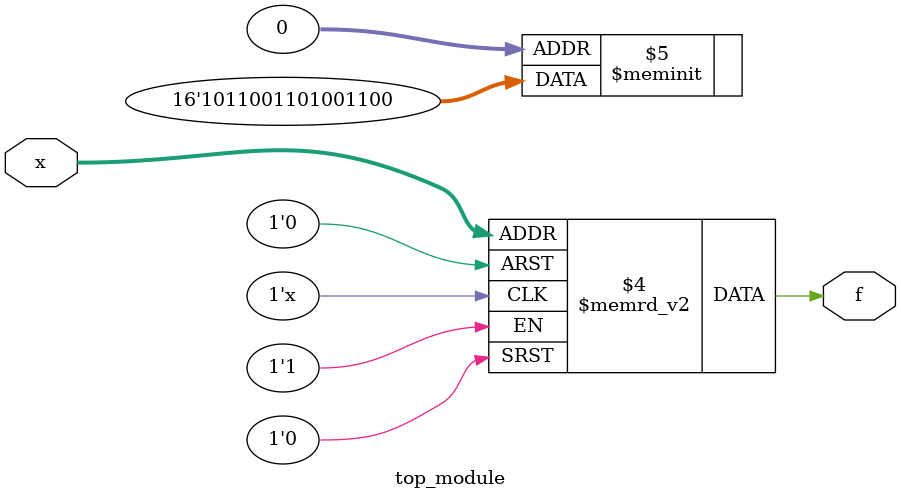
<source format=sv>
module top_module (
	input [4:1] x,
	output logic f
);

always_comb begin
    case (x)
        4'b00_00: f = 1'b0;
        4'b00_01: f = 1'b0;
        4'b00_10: f = 1'b1;
        4'b00_11: f = 1'b1;
        4'b01_00: f = 1'b0;
        4'b01_01: f = 1'b0;
        4'b01_10: f = 1'b1;
        4'b01_11: f = 1'b0;
        4'b10_00: f = 1'b1;
        4'b10_01: f = 1'b1;
        4'b10_10: f = 1'b0;
        4'b10_11: f = 1'b0;
        4'b11_00: f = 1'b1;
        4'b11_01: f = 1'b1;
        4'b11_10: f = 1'b0;
        4'b11_11: f = 1'b1;
        default: f = 1'bz; // Handle don't-cares
    endcase
end

endmodule

</source>
